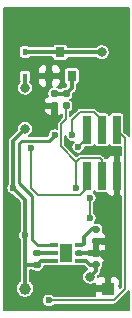
<source format=gbr>
%TF.GenerationSoftware,KiCad,Pcbnew,5.1.10*%
%TF.CreationDate,2021-06-29T06:22:03+03:00*%
%TF.ProjectId,tinyWASP,74696e79-5741-4535-902e-6b696361645f,rev?*%
%TF.SameCoordinates,Original*%
%TF.FileFunction,Copper,L2,Bot*%
%TF.FilePolarity,Positive*%
%FSLAX46Y46*%
G04 Gerber Fmt 4.6, Leading zero omitted, Abs format (unit mm)*
G04 Created by KiCad (PCBNEW 5.1.10) date 2021-06-29 06:22:03*
%MOMM*%
%LPD*%
G01*
G04 APERTURE LIST*
%TA.AperFunction,SMDPad,CuDef*%
%ADD10R,0.450000X0.600000*%
%TD*%
%TA.AperFunction,SMDPad,CuDef*%
%ADD11R,0.740000X2.400000*%
%TD*%
%TA.AperFunction,SMDPad,CuDef*%
%ADD12C,1.000000*%
%TD*%
%TA.AperFunction,SMDPad,CuDef*%
%ADD13R,1.000000X1.000000*%
%TD*%
%TA.AperFunction,SMDPad,CuDef*%
%ADD14R,0.800000X0.900000*%
%TD*%
%TA.AperFunction,SMDPad,CuDef*%
%ADD15R,0.650000X0.350000*%
%TD*%
%TA.AperFunction,SMDPad,CuDef*%
%ADD16R,1.000000X1.600000*%
%TD*%
%TA.AperFunction,ViaPad*%
%ADD17C,0.800000*%
%TD*%
%TA.AperFunction,ViaPad*%
%ADD18C,0.600000*%
%TD*%
%TA.AperFunction,Conductor*%
%ADD19C,0.350000*%
%TD*%
%TA.AperFunction,Conductor*%
%ADD20C,0.150000*%
%TD*%
%TA.AperFunction,Conductor*%
%ADD21C,0.250000*%
%TD*%
%TA.AperFunction,Conductor*%
%ADD22C,0.100000*%
%TD*%
G04 APERTURE END LIST*
%TO.P,C2,1*%
%TO.N,GND*%
%TA.AperFunction,SMDPad,CuDef*%
G36*
G01*
X162830000Y-109740000D02*
X163170000Y-109740000D01*
G75*
G02*
X163310000Y-109880000I0J-140000D01*
G01*
X163310000Y-110160000D01*
G75*
G02*
X163170000Y-110300000I-140000J0D01*
G01*
X162830000Y-110300000D01*
G75*
G02*
X162690000Y-110160000I0J140000D01*
G01*
X162690000Y-109880000D01*
G75*
G02*
X162830000Y-109740000I140000J0D01*
G01*
G37*
%TD.AperFunction*%
%TO.P,C2,2*%
%TO.N,VCC*%
%TA.AperFunction,SMDPad,CuDef*%
G36*
G01*
X162830000Y-110700000D02*
X163170000Y-110700000D01*
G75*
G02*
X163310000Y-110840000I0J-140000D01*
G01*
X163310000Y-111120000D01*
G75*
G02*
X163170000Y-111260000I-140000J0D01*
G01*
X162830000Y-111260000D01*
G75*
G02*
X162690000Y-111120000I0J140000D01*
G01*
X162690000Y-110840000D01*
G75*
G02*
X162830000Y-110700000I140000J0D01*
G01*
G37*
%TD.AperFunction*%
%TD*%
D10*
%TO.P,D1,1*%
%TO.N,VDD*%
X157000000Y-95050000D03*
%TO.P,D1,2*%
%TO.N,Net-(BZ1-Pad2)*%
X157000000Y-92950000D03*
%TD*%
D11*
%TO.P,J1,1*%
%TO.N,/PA5_MISO*%
X162230000Y-99550000D03*
%TO.P,J1,2*%
%TO.N,VDD*%
X162230000Y-103450000D03*
%TO.P,J1,3*%
%TO.N,/PA4_SCK*%
X163500000Y-99550000D03*
%TO.P,J1,4*%
%TO.N,/PA6_MOSI*%
X163500000Y-103450000D03*
%TO.P,J1,5*%
%TO.N,/RST*%
X164770000Y-99550000D03*
%TO.P,J1,6*%
%TO.N,GND*%
X164770000Y-103450000D03*
%TD*%
D12*
%TO.P,J6,1*%
%TO.N,VDD*%
X157000000Y-113000000D03*
%TD*%
D13*
%TO.P,J7,1*%
%TO.N,GND*%
X164000000Y-113000000D03*
%TD*%
D14*
%TO.P,Q1,1*%
%TO.N,Net-(Q1-Pad1)*%
X160950000Y-95000000D03*
%TO.P,Q1,2*%
%TO.N,GND*%
X159050000Y-95000000D03*
%TO.P,Q1,3*%
%TO.N,Net-(BZ1-Pad2)*%
X160000000Y-93000000D03*
%TD*%
%TO.P,R1,2*%
%TO.N,/PA6_MOSI*%
%TA.AperFunction,SMDPad,CuDef*%
G36*
G01*
X160315000Y-97240000D02*
X160685000Y-97240000D01*
G75*
G02*
X160820000Y-97375000I0J-135000D01*
G01*
X160820000Y-97645000D01*
G75*
G02*
X160685000Y-97780000I-135000J0D01*
G01*
X160315000Y-97780000D01*
G75*
G02*
X160180000Y-97645000I0J135000D01*
G01*
X160180000Y-97375000D01*
G75*
G02*
X160315000Y-97240000I135000J0D01*
G01*
G37*
%TD.AperFunction*%
%TO.P,R1,1*%
%TO.N,Net-(Q1-Pad1)*%
%TA.AperFunction,SMDPad,CuDef*%
G36*
G01*
X160315000Y-96220000D02*
X160685000Y-96220000D01*
G75*
G02*
X160820000Y-96355000I0J-135000D01*
G01*
X160820000Y-96625000D01*
G75*
G02*
X160685000Y-96760000I-135000J0D01*
G01*
X160315000Y-96760000D01*
G75*
G02*
X160180000Y-96625000I0J135000D01*
G01*
X160180000Y-96355000D01*
G75*
G02*
X160315000Y-96220000I135000J0D01*
G01*
G37*
%TD.AperFunction*%
%TD*%
%TO.P,R2,1*%
%TO.N,Net-(Q1-Pad1)*%
%TA.AperFunction,SMDPad,CuDef*%
G36*
G01*
X159315000Y-96220000D02*
X159685000Y-96220000D01*
G75*
G02*
X159820000Y-96355000I0J-135000D01*
G01*
X159820000Y-96625000D01*
G75*
G02*
X159685000Y-96760000I-135000J0D01*
G01*
X159315000Y-96760000D01*
G75*
G02*
X159180000Y-96625000I0J135000D01*
G01*
X159180000Y-96355000D01*
G75*
G02*
X159315000Y-96220000I135000J0D01*
G01*
G37*
%TD.AperFunction*%
%TO.P,R2,2*%
%TO.N,GND*%
%TA.AperFunction,SMDPad,CuDef*%
G36*
G01*
X159315000Y-97240000D02*
X159685000Y-97240000D01*
G75*
G02*
X159820000Y-97375000I0J-135000D01*
G01*
X159820000Y-97645000D01*
G75*
G02*
X159685000Y-97780000I-135000J0D01*
G01*
X159315000Y-97780000D01*
G75*
G02*
X159180000Y-97645000I0J135000D01*
G01*
X159180000Y-97375000D01*
G75*
G02*
X159315000Y-97240000I135000J0D01*
G01*
G37*
%TD.AperFunction*%
%TD*%
%TO.P,R8,2*%
%TO.N,GND*%
%TA.AperFunction,SMDPad,CuDef*%
G36*
G01*
X162815000Y-108740000D02*
X163185000Y-108740000D01*
G75*
G02*
X163320000Y-108875000I0J-135000D01*
G01*
X163320000Y-109145000D01*
G75*
G02*
X163185000Y-109280000I-135000J0D01*
G01*
X162815000Y-109280000D01*
G75*
G02*
X162680000Y-109145000I0J135000D01*
G01*
X162680000Y-108875000D01*
G75*
G02*
X162815000Y-108740000I135000J0D01*
G01*
G37*
%TD.AperFunction*%
%TO.P,R8,1*%
%TO.N,Net-(R8-Pad1)*%
%TA.AperFunction,SMDPad,CuDef*%
G36*
G01*
X162815000Y-107720000D02*
X163185000Y-107720000D01*
G75*
G02*
X163320000Y-107855000I0J-135000D01*
G01*
X163320000Y-108125000D01*
G75*
G02*
X163185000Y-108260000I-135000J0D01*
G01*
X162815000Y-108260000D01*
G75*
G02*
X162680000Y-108125000I0J135000D01*
G01*
X162680000Y-107855000D01*
G75*
G02*
X162815000Y-107720000I135000J0D01*
G01*
G37*
%TD.AperFunction*%
%TD*%
%TO.P,R9,1*%
%TO.N,Net-(R9-Pad1)*%
%TA.AperFunction,SMDPad,CuDef*%
G36*
G01*
X157815000Y-109720000D02*
X158185000Y-109720000D01*
G75*
G02*
X158320000Y-109855000I0J-135000D01*
G01*
X158320000Y-110125000D01*
G75*
G02*
X158185000Y-110260000I-135000J0D01*
G01*
X157815000Y-110260000D01*
G75*
G02*
X157680000Y-110125000I0J135000D01*
G01*
X157680000Y-109855000D01*
G75*
G02*
X157815000Y-109720000I135000J0D01*
G01*
G37*
%TD.AperFunction*%
%TO.P,R9,2*%
%TO.N,VDD*%
%TA.AperFunction,SMDPad,CuDef*%
G36*
G01*
X157815000Y-110740000D02*
X158185000Y-110740000D01*
G75*
G02*
X158320000Y-110875000I0J-135000D01*
G01*
X158320000Y-111145000D01*
G75*
G02*
X158185000Y-111280000I-135000J0D01*
G01*
X157815000Y-111280000D01*
G75*
G02*
X157680000Y-111145000I0J135000D01*
G01*
X157680000Y-110875000D01*
G75*
G02*
X157815000Y-110740000I135000J0D01*
G01*
G37*
%TD.AperFunction*%
%TD*%
D15*
%TO.P,U2,1*%
%TO.N,Net-(R8-Pad1)*%
X161550000Y-109350000D03*
%TO.P,U2,2*%
%TO.N,GND*%
X161550000Y-110000000D03*
%TO.P,U2,3*%
%TO.N,VCC*%
X161550000Y-110650000D03*
%TO.P,U2,4*%
%TO.N,VDD*%
X159450000Y-110650000D03*
%TO.P,U2,5*%
%TO.N,Net-(R9-Pad1)*%
X159450000Y-110000000D03*
%TO.P,U2,6*%
%TO.N,/~CHRG*%
X159450000Y-109350000D03*
D16*
%TO.P,U2,7*%
%TO.N,N/C*%
X160500000Y-110000000D03*
%TD*%
D17*
%TO.N,Net-(BZ1-Pad2)*%
X163500000Y-93000000D03*
%TO.N,VDD*%
X157000000Y-96000000D03*
D18*
X156000000Y-104500000D03*
X157000000Y-108500000D03*
D17*
X157000000Y-99500000D03*
D18*
X157500000Y-101125000D03*
%TO.N,GND*%
X155500000Y-100000000D03*
X155500000Y-112500000D03*
X155500000Y-114500000D03*
X155500000Y-110500000D03*
X164500000Y-108000000D03*
X155500000Y-95500000D03*
X155500000Y-93500000D03*
X156000000Y-92500000D03*
X156000000Y-94500000D03*
X163000000Y-95500000D03*
X163000000Y-94000000D03*
X161500000Y-94000000D03*
X161500000Y-97000000D03*
X164500000Y-109500000D03*
X164500000Y-106500000D03*
X159500000Y-113000000D03*
X161000000Y-113000000D03*
D17*
%TO.N,VCC*%
X162500000Y-112000000D03*
D18*
X162500000Y-107024990D03*
X162500000Y-105324980D03*
%TO.N,/PA5_MISO*%
X161500000Y-101000000D03*
%TO.N,/PA4_SCK*%
X161000000Y-100000000D03*
%TO.N,/PA6_MOSI*%
X161359998Y-104500000D03*
%TO.N,/RST*%
X159000000Y-114000000D03*
%TO.N,/~CHRG*%
X159500000Y-100000000D03*
%TD*%
D19*
%TO.N,Net-(BZ1-Pad2)*%
X159950000Y-92950000D02*
X160000000Y-93000000D01*
X157000000Y-92950000D02*
X159950000Y-92950000D01*
X163500000Y-93000000D02*
X160000000Y-93000000D01*
%TO.N,VDD*%
X158360000Y-110650000D02*
X158000000Y-111010000D01*
X159450000Y-110650000D02*
X158360000Y-110650000D01*
X157000000Y-113000000D02*
X157000000Y-112010000D01*
X157000000Y-96000000D02*
X157000000Y-95050000D01*
X157000000Y-105500000D02*
X156000000Y-104500000D01*
X157000000Y-109000000D02*
X157000000Y-108500000D01*
X157000000Y-108500000D02*
X157000000Y-108500000D01*
X157000000Y-108500000D02*
X157000000Y-105500000D01*
X157010000Y-111010000D02*
X157000000Y-111000000D01*
X158000000Y-111010000D02*
X157010000Y-111010000D01*
X157000000Y-111000000D02*
X157000000Y-109000000D01*
X157000000Y-112010000D02*
X157000000Y-111000000D01*
X156000000Y-104500000D02*
X156000000Y-100500000D01*
X156000000Y-100500000D02*
X157000000Y-99500000D01*
D20*
X157500000Y-104500000D02*
X157500000Y-101494988D01*
X158075001Y-105075001D02*
X157500000Y-104500000D01*
X161635999Y-105075001D02*
X158075001Y-105075001D01*
X162230000Y-104481000D02*
X161635999Y-105075001D01*
X157500000Y-101494988D02*
X157500000Y-101125000D01*
X162230000Y-103450000D02*
X162230000Y-104481000D01*
D19*
%TO.N,GND*%
X162980000Y-110000000D02*
X163000000Y-110020000D01*
X161550000Y-110000000D02*
X162980000Y-110000000D01*
X163310000Y-110020000D02*
X163000000Y-110020000D01*
X164000000Y-110710000D02*
X163310000Y-110020000D01*
X164000000Y-113000000D02*
X164000000Y-110710000D01*
%TO.N,VCC*%
X163000000Y-110980000D02*
X162520000Y-110980000D01*
X162190000Y-110650000D02*
X161550000Y-110650000D01*
X162520000Y-110980000D02*
X162190000Y-110650000D01*
X163000000Y-110980000D02*
X163000000Y-111500000D01*
X163000000Y-111500000D02*
X162500000Y-112000000D01*
D20*
X162500000Y-107024990D02*
X162500000Y-105324980D01*
%TO.N,/PA5_MISO*%
X162230000Y-100270000D02*
X162230000Y-99550000D01*
X161500000Y-101000000D02*
X162230000Y-100270000D01*
%TO.N,/PA4_SCK*%
X163500000Y-98754998D02*
X163500000Y-99550000D01*
X162820001Y-98074999D02*
X163500000Y-98754998D01*
X161639999Y-98074999D02*
X162820001Y-98074999D01*
X161000000Y-98714998D02*
X161639999Y-98074999D01*
X161000000Y-100000000D02*
X161000000Y-98714998D01*
%TO.N,/PA6_MOSI*%
X160500000Y-98650002D02*
X160500000Y-97510000D01*
X160075001Y-99075001D02*
X160500000Y-98650002D01*
X163500000Y-102100000D02*
X163500000Y-103450000D01*
X163374999Y-101974999D02*
X163500000Y-102100000D01*
X161639999Y-101974999D02*
X163374999Y-101974999D01*
X161359998Y-102255000D02*
X161639999Y-101974999D01*
X161359998Y-104500000D02*
X161359998Y-102255000D01*
X160075001Y-100970003D02*
X160075001Y-99075001D01*
X161359998Y-102255000D02*
X160075001Y-100970003D01*
%TO.N,/RST*%
X164495002Y-114000000D02*
X165500000Y-112995002D01*
X159000000Y-114000000D02*
X164495002Y-114000000D01*
X165500000Y-100280000D02*
X164770000Y-99550000D01*
X165500000Y-112995002D02*
X165500000Y-100280000D01*
D19*
%TO.N,Net-(Q1-Pad1)*%
X160950000Y-96040000D02*
X160500000Y-96490000D01*
X160950000Y-95000000D02*
X160950000Y-96040000D01*
X160500000Y-96490000D02*
X159500000Y-96490000D01*
%TO.N,Net-(R8-Pad1)*%
X161850000Y-109350000D02*
X162000000Y-109200000D01*
X161550000Y-109350000D02*
X161850000Y-109350000D01*
X162680000Y-107990000D02*
X163000000Y-107990000D01*
X162000000Y-108670000D02*
X162680000Y-107990000D01*
X162000000Y-109200000D02*
X162000000Y-108670000D01*
%TO.N,Net-(R9-Pad1)*%
X159440000Y-109990000D02*
X159450000Y-110000000D01*
X158000000Y-109990000D02*
X159440000Y-109990000D01*
D21*
%TO.N,/~CHRG*%
X158475001Y-109350000D02*
X159450000Y-109350000D01*
X157625001Y-108874999D02*
X158100002Y-109350000D01*
X157625001Y-105199999D02*
X157625001Y-108874999D01*
X156500000Y-104074998D02*
X157625001Y-105199999D01*
X156500000Y-100707120D02*
X156500000Y-104074998D01*
X159000000Y-100500000D02*
X156707120Y-100500000D01*
X158100002Y-109350000D02*
X158475001Y-109350000D01*
X156707120Y-100500000D02*
X156500000Y-100707120D01*
X159500000Y-100000000D02*
X159000000Y-100500000D01*
%TD*%
D20*
%TO.N,GND*%
X165773001Y-100060944D02*
X165748685Y-100031315D01*
X165735325Y-100020351D01*
X165416330Y-99701356D01*
X165416330Y-98350000D01*
X165411020Y-98296091D01*
X165395296Y-98244253D01*
X165369760Y-98196479D01*
X165335395Y-98154605D01*
X165293521Y-98120240D01*
X165245747Y-98094704D01*
X165193909Y-98078980D01*
X165140000Y-98073670D01*
X164400000Y-98073670D01*
X164346091Y-98078980D01*
X164294253Y-98094704D01*
X164246479Y-98120240D01*
X164204605Y-98154605D01*
X164170240Y-98196479D01*
X164144704Y-98244253D01*
X164135000Y-98276245D01*
X164125296Y-98244253D01*
X164099760Y-98196479D01*
X164065395Y-98154605D01*
X164023521Y-98120240D01*
X163975747Y-98094704D01*
X163923909Y-98078980D01*
X163870000Y-98073670D01*
X163313645Y-98073670D01*
X163079654Y-97839679D01*
X163068686Y-97826314D01*
X163015391Y-97782577D01*
X162954588Y-97750077D01*
X162888613Y-97730064D01*
X162837190Y-97724999D01*
X162837189Y-97724999D01*
X162820001Y-97723306D01*
X162802813Y-97724999D01*
X161657184Y-97724999D01*
X161639998Y-97723306D01*
X161622812Y-97724999D01*
X161622810Y-97724999D01*
X161571387Y-97730064D01*
X161505412Y-97750077D01*
X161444609Y-97782577D01*
X161391314Y-97826314D01*
X161380354Y-97839669D01*
X160850000Y-98370025D01*
X160850000Y-98020962D01*
X160913523Y-97987008D01*
X160975854Y-97935854D01*
X161027008Y-97873523D01*
X161065019Y-97802409D01*
X161088426Y-97725247D01*
X161096330Y-97645000D01*
X161096330Y-97375000D01*
X161088426Y-97294753D01*
X161065019Y-97217591D01*
X161027008Y-97146477D01*
X160975854Y-97084146D01*
X160913523Y-97032992D01*
X160851799Y-97000000D01*
X160913523Y-96967008D01*
X160975854Y-96915854D01*
X161027008Y-96853523D01*
X161065019Y-96782409D01*
X161088426Y-96705247D01*
X161096330Y-96625000D01*
X161096330Y-96530066D01*
X161252572Y-96373824D01*
X161269737Y-96359737D01*
X161283824Y-96342572D01*
X161283828Y-96342568D01*
X161325971Y-96291217D01*
X161367757Y-96213041D01*
X161379891Y-96173040D01*
X161393489Y-96128215D01*
X161400000Y-96062105D01*
X161400000Y-96062095D01*
X161402176Y-96040001D01*
X161400000Y-96017906D01*
X161400000Y-95721405D01*
X161403909Y-95721020D01*
X161455747Y-95705296D01*
X161503521Y-95679760D01*
X161545395Y-95645395D01*
X161579760Y-95603521D01*
X161605296Y-95555747D01*
X161621020Y-95503909D01*
X161626330Y-95450000D01*
X161626330Y-94550000D01*
X161621020Y-94496091D01*
X161605296Y-94444253D01*
X161579760Y-94396479D01*
X161545395Y-94354605D01*
X161503521Y-94320240D01*
X161455747Y-94294704D01*
X161403909Y-94278980D01*
X161350000Y-94273670D01*
X160550000Y-94273670D01*
X160496091Y-94278980D01*
X160444253Y-94294704D01*
X160396479Y-94320240D01*
X160354605Y-94354605D01*
X160320240Y-94396479D01*
X160294704Y-94444253D01*
X160278980Y-94496091D01*
X160273670Y-94550000D01*
X160273670Y-95450000D01*
X160278980Y-95503909D01*
X160294704Y-95555747D01*
X160320240Y-95603521D01*
X160354605Y-95645395D01*
X160396479Y-95679760D01*
X160444253Y-95705296D01*
X160496091Y-95721020D01*
X160500001Y-95721405D01*
X160500001Y-95853603D01*
X160409934Y-95943670D01*
X160315000Y-95943670D01*
X160234753Y-95951574D01*
X160157591Y-95974981D01*
X160086477Y-96012992D01*
X160053568Y-96040000D01*
X159946432Y-96040000D01*
X159913523Y-96012992D01*
X159842409Y-95974981D01*
X159765247Y-95951574D01*
X159750997Y-95950170D01*
X159775465Y-95937092D01*
X159864238Y-95864238D01*
X159937092Y-95775465D01*
X159991228Y-95674184D01*
X160024565Y-95564288D01*
X160035821Y-95450000D01*
X160033000Y-95324750D01*
X159887250Y-95179000D01*
X159229000Y-95179000D01*
X159229000Y-95887250D01*
X159288072Y-95946322D01*
X159234753Y-95951574D01*
X159157591Y-95974981D01*
X159086477Y-96012992D01*
X159024146Y-96064146D01*
X158972992Y-96126477D01*
X158934981Y-96197591D01*
X158911574Y-96274753D01*
X158903670Y-96355000D01*
X158903670Y-96625000D01*
X158911574Y-96705247D01*
X158916047Y-96719993D01*
X158876645Y-96738840D01*
X158784702Y-96807651D01*
X158707950Y-96893077D01*
X158649339Y-96991835D01*
X158611121Y-97100131D01*
X158597000Y-97185250D01*
X158742750Y-97331000D01*
X159321000Y-97331000D01*
X159321000Y-97311000D01*
X159679000Y-97311000D01*
X159679000Y-97331000D01*
X159699000Y-97331000D01*
X159699000Y-97689000D01*
X159679000Y-97689000D01*
X159679000Y-98217250D01*
X159824750Y-98363000D01*
X159908478Y-98359101D01*
X160019755Y-98330713D01*
X160123355Y-98281160D01*
X160150000Y-98261218D01*
X160150000Y-98505027D01*
X159839676Y-98815353D01*
X159826317Y-98826316D01*
X159782580Y-98879611D01*
X159766130Y-98910387D01*
X159750080Y-98940414D01*
X159730066Y-99006390D01*
X159723308Y-99075001D01*
X159725002Y-99092199D01*
X159725002Y-99470823D01*
X159667721Y-99447097D01*
X159556633Y-99425000D01*
X159443367Y-99425000D01*
X159332279Y-99447097D01*
X159227635Y-99490442D01*
X159133459Y-99553368D01*
X159053368Y-99633459D01*
X158990442Y-99727635D01*
X158947097Y-99832279D01*
X158925000Y-99943367D01*
X158925000Y-100009315D01*
X158834315Y-100100000D01*
X157315331Y-100100000D01*
X157319732Y-100098177D01*
X157430287Y-100024307D01*
X157524307Y-99930287D01*
X157598177Y-99819732D01*
X157649060Y-99696890D01*
X157675000Y-99566482D01*
X157675000Y-99433518D01*
X157649060Y-99303110D01*
X157598177Y-99180268D01*
X157524307Y-99069713D01*
X157430287Y-98975693D01*
X157319732Y-98901823D01*
X157196890Y-98850940D01*
X157066482Y-98825000D01*
X156933518Y-98825000D01*
X156803110Y-98850940D01*
X156680268Y-98901823D01*
X156569713Y-98975693D01*
X156475693Y-99069713D01*
X156401823Y-99180268D01*
X156350940Y-99303110D01*
X156325000Y-99433518D01*
X156325000Y-99538604D01*
X155697429Y-100166176D01*
X155680264Y-100180263D01*
X155666177Y-100197428D01*
X155666172Y-100197433D01*
X155624029Y-100248784D01*
X155582243Y-100326960D01*
X155556512Y-100411785D01*
X155547824Y-100500000D01*
X155550001Y-100522104D01*
X155550000Y-104138499D01*
X155490442Y-104227635D01*
X155447097Y-104332279D01*
X155425000Y-104443367D01*
X155425000Y-104556633D01*
X155447097Y-104667721D01*
X155490442Y-104772365D01*
X155553368Y-104866541D01*
X155633459Y-104946632D01*
X155727635Y-105009558D01*
X155832279Y-105052903D01*
X155937422Y-105073818D01*
X156550001Y-105686397D01*
X156550000Y-108138499D01*
X156490442Y-108227635D01*
X156447097Y-108332279D01*
X156425000Y-108443367D01*
X156425000Y-108556633D01*
X156447097Y-108667721D01*
X156490442Y-108772365D01*
X156550000Y-108861501D01*
X156550000Y-109022104D01*
X156550001Y-109022114D01*
X156550000Y-110977905D01*
X156547824Y-111000000D01*
X156550000Y-111022094D01*
X156550000Y-111022104D01*
X156550001Y-111022114D01*
X156550000Y-112032104D01*
X156550001Y-112032114D01*
X156550001Y-112368595D01*
X156505966Y-112398018D01*
X156398018Y-112505966D01*
X156313204Y-112632900D01*
X156254783Y-112773941D01*
X156225000Y-112923669D01*
X156225000Y-113076331D01*
X156254783Y-113226059D01*
X156313204Y-113367100D01*
X156398018Y-113494034D01*
X156505966Y-113601982D01*
X156632900Y-113686796D01*
X156773941Y-113745217D01*
X156923669Y-113775000D01*
X157076331Y-113775000D01*
X157226059Y-113745217D01*
X157367100Y-113686796D01*
X157494034Y-113601982D01*
X157601982Y-113494034D01*
X157686796Y-113367100D01*
X157745217Y-113226059D01*
X157775000Y-113076331D01*
X157775000Y-112923669D01*
X157745217Y-112773941D01*
X157686796Y-112632900D01*
X157601982Y-112505966D01*
X157494034Y-112398018D01*
X157450000Y-112368596D01*
X157450000Y-111460000D01*
X157553568Y-111460000D01*
X157586477Y-111487008D01*
X157657591Y-111525019D01*
X157734753Y-111548426D01*
X157815000Y-111556330D01*
X158185000Y-111556330D01*
X158265247Y-111548426D01*
X158342409Y-111525019D01*
X158413523Y-111487008D01*
X158475854Y-111435854D01*
X158527008Y-111373523D01*
X158565019Y-111302409D01*
X158588426Y-111225247D01*
X158596330Y-111145000D01*
X158596330Y-111100000D01*
X159111497Y-111100000D01*
X159125000Y-111101330D01*
X159775000Y-111101330D01*
X159828909Y-111096020D01*
X159880747Y-111080296D01*
X159915475Y-111061733D01*
X159946091Y-111071020D01*
X160000000Y-111076330D01*
X161000000Y-111076330D01*
X161053909Y-111071020D01*
X161084525Y-111061733D01*
X161119253Y-111080296D01*
X161171091Y-111096020D01*
X161225000Y-111101330D01*
X161875000Y-111101330D01*
X161888503Y-111100000D01*
X162003605Y-111100000D01*
X162186175Y-111282571D01*
X162200263Y-111299737D01*
X162217428Y-111313824D01*
X162217432Y-111313828D01*
X162268783Y-111355971D01*
X162278467Y-111361147D01*
X162180268Y-111401823D01*
X162069713Y-111475693D01*
X161975693Y-111569713D01*
X161901823Y-111680268D01*
X161850940Y-111803110D01*
X161825000Y-111933518D01*
X161825000Y-112066482D01*
X161850940Y-112196890D01*
X161901823Y-112319732D01*
X161975693Y-112430287D01*
X162069713Y-112524307D01*
X162180268Y-112598177D01*
X162303110Y-112649060D01*
X162433518Y-112675000D01*
X162566482Y-112675000D01*
X162696890Y-112649060D01*
X162819732Y-112598177D01*
X162914738Y-112534697D01*
X162917000Y-112675250D01*
X163062750Y-112821000D01*
X163821000Y-112821000D01*
X163821000Y-112062750D01*
X163675250Y-111917000D01*
X163500000Y-111914179D01*
X163385712Y-111925435D01*
X163275816Y-111958772D01*
X163175000Y-112012659D01*
X163175000Y-111961396D01*
X163302572Y-111833824D01*
X163319737Y-111819737D01*
X163333824Y-111802572D01*
X163333828Y-111802568D01*
X163375971Y-111751217D01*
X163417757Y-111673041D01*
X163429591Y-111634029D01*
X163443489Y-111588215D01*
X163450000Y-111522105D01*
X163450000Y-111522094D01*
X163452176Y-111500000D01*
X163450000Y-111477906D01*
X163450000Y-111426200D01*
X163464390Y-111414390D01*
X163516166Y-111351301D01*
X163554639Y-111279323D01*
X163578330Y-111201222D01*
X163586330Y-111120000D01*
X163586330Y-110840000D01*
X163583875Y-110815072D01*
X163617133Y-110798854D01*
X163708553Y-110729350D01*
X163784657Y-110643346D01*
X163842520Y-110544148D01*
X163879919Y-110435567D01*
X163893000Y-110344750D01*
X163747250Y-110199000D01*
X163179000Y-110199000D01*
X163179000Y-110219000D01*
X162821000Y-110219000D01*
X162821000Y-110199000D01*
X162411250Y-110199000D01*
X162312250Y-110100000D01*
X161729000Y-110100000D01*
X161729000Y-110175000D01*
X161371000Y-110175000D01*
X161371000Y-110100000D01*
X161351000Y-110100000D01*
X161351000Y-109900000D01*
X161371000Y-109900000D01*
X161371000Y-109825000D01*
X161729000Y-109825000D01*
X161729000Y-109900000D01*
X162312250Y-109900000D01*
X162371250Y-109841000D01*
X162520569Y-109841000D01*
X162591522Y-109859101D01*
X162675250Y-109863000D01*
X162697250Y-109841000D01*
X162821000Y-109841000D01*
X162821000Y-109189000D01*
X163179000Y-109189000D01*
X163179000Y-109841000D01*
X163302750Y-109841000D01*
X163324750Y-109863000D01*
X163408478Y-109859101D01*
X163479431Y-109841000D01*
X163747250Y-109841000D01*
X163893000Y-109695250D01*
X163879919Y-109604433D01*
X163852173Y-109523879D01*
X163888879Y-109419869D01*
X163903000Y-109334750D01*
X163757250Y-109189000D01*
X163507025Y-109189000D01*
X163402851Y-109161584D01*
X163324750Y-109157000D01*
X163292750Y-109189000D01*
X163179000Y-109189000D01*
X162821000Y-109189000D01*
X162801000Y-109189000D01*
X162801000Y-108831000D01*
X162821000Y-108831000D01*
X162821000Y-108811000D01*
X163179000Y-108811000D01*
X163179000Y-108831000D01*
X163757250Y-108831000D01*
X163903000Y-108685250D01*
X163888879Y-108600131D01*
X163850661Y-108491835D01*
X163792050Y-108393077D01*
X163715298Y-108307651D01*
X163623355Y-108238840D01*
X163583953Y-108219993D01*
X163588426Y-108205247D01*
X163596330Y-108125000D01*
X163596330Y-107855000D01*
X163588426Y-107774753D01*
X163565019Y-107697591D01*
X163527008Y-107626477D01*
X163475854Y-107564146D01*
X163413523Y-107512992D01*
X163342409Y-107474981D01*
X163265247Y-107451574D01*
X163185000Y-107443670D01*
X162894493Y-107443670D01*
X162946632Y-107391531D01*
X163009558Y-107297355D01*
X163052903Y-107192711D01*
X163075000Y-107081623D01*
X163075000Y-106968357D01*
X163052903Y-106857269D01*
X163009558Y-106752625D01*
X162946632Y-106658449D01*
X162866541Y-106578358D01*
X162850000Y-106567306D01*
X162850000Y-105782664D01*
X162866541Y-105771612D01*
X162946632Y-105691521D01*
X163009558Y-105597345D01*
X163052903Y-105492701D01*
X163075000Y-105381613D01*
X163075000Y-105268347D01*
X163052903Y-105157259D01*
X163009558Y-105052615D01*
X162946632Y-104958439D01*
X162866541Y-104878348D01*
X162803125Y-104835975D01*
X162829760Y-104803521D01*
X162855296Y-104755747D01*
X162865000Y-104723755D01*
X162874704Y-104755747D01*
X162900240Y-104803521D01*
X162934605Y-104845395D01*
X162976479Y-104879760D01*
X163024253Y-104905296D01*
X163076091Y-104921020D01*
X163130000Y-104926330D01*
X163870000Y-104926330D01*
X163885812Y-104924773D01*
X163912908Y-104975465D01*
X163985762Y-105064238D01*
X164074535Y-105137092D01*
X164175816Y-105191228D01*
X164285712Y-105224565D01*
X164400000Y-105235821D01*
X164445250Y-105233000D01*
X164591000Y-105087250D01*
X164591000Y-103629000D01*
X164571000Y-103629000D01*
X164571000Y-103271000D01*
X164591000Y-103271000D01*
X164591000Y-101812750D01*
X164445250Y-101667000D01*
X164400000Y-101664179D01*
X164285712Y-101675435D01*
X164175816Y-101708772D01*
X164074535Y-101762908D01*
X163985762Y-101835762D01*
X163912908Y-101924535D01*
X163885812Y-101975227D01*
X163870000Y-101973670D01*
X163827427Y-101973670D01*
X163824922Y-101965413D01*
X163792422Y-101904610D01*
X163748684Y-101851315D01*
X163735324Y-101840351D01*
X163634653Y-101739680D01*
X163623684Y-101726314D01*
X163570389Y-101682577D01*
X163509586Y-101650077D01*
X163443611Y-101630064D01*
X163392188Y-101624999D01*
X163392187Y-101624999D01*
X163374999Y-101623306D01*
X163357811Y-101624999D01*
X161657187Y-101624999D01*
X161639998Y-101623306D01*
X161571386Y-101630064D01*
X161556572Y-101634558D01*
X161505412Y-101650077D01*
X161444609Y-101682577D01*
X161391314Y-101726314D01*
X161380354Y-101739669D01*
X161359998Y-101760025D01*
X160425001Y-100825030D01*
X160425001Y-100056638D01*
X160447097Y-100167721D01*
X160490442Y-100272365D01*
X160553368Y-100366541D01*
X160633459Y-100446632D01*
X160727635Y-100509558D01*
X160832279Y-100552903D01*
X160943367Y-100575000D01*
X161056633Y-100575000D01*
X161125532Y-100561295D01*
X161053368Y-100633459D01*
X160990442Y-100727635D01*
X160947097Y-100832279D01*
X160925000Y-100943367D01*
X160925000Y-101056633D01*
X160947097Y-101167721D01*
X160990442Y-101272365D01*
X161053368Y-101366541D01*
X161133459Y-101446632D01*
X161227635Y-101509558D01*
X161332279Y-101552903D01*
X161443367Y-101575000D01*
X161556633Y-101575000D01*
X161667721Y-101552903D01*
X161772365Y-101509558D01*
X161866541Y-101446632D01*
X161946632Y-101366541D01*
X162009558Y-101272365D01*
X162052903Y-101167721D01*
X162075000Y-101056633D01*
X162075000Y-101026330D01*
X162600000Y-101026330D01*
X162653909Y-101021020D01*
X162705747Y-101005296D01*
X162753521Y-100979760D01*
X162795395Y-100945395D01*
X162829760Y-100903521D01*
X162855296Y-100855747D01*
X162865000Y-100823755D01*
X162874704Y-100855747D01*
X162900240Y-100903521D01*
X162934605Y-100945395D01*
X162976479Y-100979760D01*
X163024253Y-101005296D01*
X163076091Y-101021020D01*
X163130000Y-101026330D01*
X163870000Y-101026330D01*
X163923909Y-101021020D01*
X163975747Y-101005296D01*
X164023521Y-100979760D01*
X164065395Y-100945395D01*
X164099760Y-100903521D01*
X164125296Y-100855747D01*
X164135000Y-100823755D01*
X164144704Y-100855747D01*
X164170240Y-100903521D01*
X164204605Y-100945395D01*
X164246479Y-100979760D01*
X164294253Y-101005296D01*
X164346091Y-101021020D01*
X164400000Y-101026330D01*
X165140000Y-101026330D01*
X165150001Y-101025345D01*
X165150001Y-101665164D01*
X165140000Y-101664179D01*
X165094750Y-101667000D01*
X164949000Y-101812750D01*
X164949000Y-103271000D01*
X164969000Y-103271000D01*
X164969000Y-103629000D01*
X164949000Y-103629000D01*
X164949000Y-105087250D01*
X165094750Y-105233000D01*
X165140000Y-105235821D01*
X165150001Y-105234836D01*
X165150000Y-112850028D01*
X165083000Y-112917028D01*
X165083000Y-112820998D01*
X164937252Y-112820998D01*
X165083000Y-112675250D01*
X165085821Y-112500000D01*
X165074565Y-112385712D01*
X165041228Y-112275816D01*
X164987092Y-112174535D01*
X164914238Y-112085762D01*
X164825465Y-112012908D01*
X164724184Y-111958772D01*
X164614288Y-111925435D01*
X164500000Y-111914179D01*
X164324750Y-111917000D01*
X164179000Y-112062750D01*
X164179000Y-112821000D01*
X164199000Y-112821000D01*
X164199000Y-113179000D01*
X164179000Y-113179000D01*
X164179000Y-113199000D01*
X163821000Y-113199000D01*
X163821000Y-113179000D01*
X163062750Y-113179000D01*
X162917000Y-113324750D01*
X162914179Y-113500000D01*
X162925435Y-113614288D01*
X162936268Y-113650000D01*
X159457684Y-113650000D01*
X159446632Y-113633459D01*
X159366541Y-113553368D01*
X159272365Y-113490442D01*
X159167721Y-113447097D01*
X159056633Y-113425000D01*
X158943367Y-113425000D01*
X158832279Y-113447097D01*
X158727635Y-113490442D01*
X158633459Y-113553368D01*
X158553368Y-113633459D01*
X158490442Y-113727635D01*
X158447097Y-113832279D01*
X158425000Y-113943367D01*
X158425000Y-114056633D01*
X158447097Y-114167721D01*
X158490442Y-114272365D01*
X158553368Y-114366541D01*
X158633459Y-114446632D01*
X158727635Y-114509558D01*
X158832279Y-114552903D01*
X158943367Y-114575000D01*
X159056633Y-114575000D01*
X159167721Y-114552903D01*
X159272365Y-114509558D01*
X159366541Y-114446632D01*
X159446632Y-114366541D01*
X159457684Y-114350000D01*
X164477814Y-114350000D01*
X164495002Y-114351693D01*
X164512190Y-114350000D01*
X164512191Y-114350000D01*
X164563614Y-114344935D01*
X164629589Y-114324922D01*
X164690392Y-114292422D01*
X164743687Y-114248685D01*
X164754655Y-114235320D01*
X165735329Y-113254647D01*
X165748684Y-113243687D01*
X165773000Y-113214058D01*
X165773000Y-114773000D01*
X155227000Y-114773000D01*
X155227000Y-97834750D01*
X158597000Y-97834750D01*
X158611121Y-97919869D01*
X158649339Y-98028165D01*
X158707950Y-98126923D01*
X158784702Y-98212349D01*
X158876645Y-98281160D01*
X158980245Y-98330713D01*
X159091522Y-98359101D01*
X159175250Y-98363000D01*
X159321000Y-98217250D01*
X159321000Y-97689000D01*
X158742750Y-97689000D01*
X158597000Y-97834750D01*
X155227000Y-97834750D01*
X155227000Y-95933518D01*
X156325000Y-95933518D01*
X156325000Y-96066482D01*
X156350940Y-96196890D01*
X156401823Y-96319732D01*
X156475693Y-96430287D01*
X156569713Y-96524307D01*
X156680268Y-96598177D01*
X156803110Y-96649060D01*
X156933518Y-96675000D01*
X157066482Y-96675000D01*
X157196890Y-96649060D01*
X157319732Y-96598177D01*
X157430287Y-96524307D01*
X157524307Y-96430287D01*
X157598177Y-96319732D01*
X157649060Y-96196890D01*
X157675000Y-96066482D01*
X157675000Y-95933518D01*
X157649060Y-95803110D01*
X157598177Y-95680268D01*
X157524307Y-95569713D01*
X157455929Y-95501335D01*
X157480296Y-95455747D01*
X157482039Y-95450000D01*
X158064179Y-95450000D01*
X158075435Y-95564288D01*
X158108772Y-95674184D01*
X158162908Y-95775465D01*
X158235762Y-95864238D01*
X158324535Y-95937092D01*
X158425816Y-95991228D01*
X158535712Y-96024565D01*
X158650000Y-96035821D01*
X158725250Y-96033000D01*
X158871000Y-95887250D01*
X158871000Y-95179000D01*
X158212750Y-95179000D01*
X158067000Y-95324750D01*
X158064179Y-95450000D01*
X157482039Y-95450000D01*
X157496020Y-95403909D01*
X157501330Y-95350000D01*
X157501330Y-94750000D01*
X157496020Y-94696091D01*
X157480296Y-94644253D01*
X157454760Y-94596479D01*
X157420395Y-94554605D01*
X157414784Y-94550000D01*
X158064179Y-94550000D01*
X158067000Y-94675250D01*
X158212750Y-94821000D01*
X158871000Y-94821000D01*
X158871000Y-94112750D01*
X159229000Y-94112750D01*
X159229000Y-94821000D01*
X159887250Y-94821000D01*
X160033000Y-94675250D01*
X160035821Y-94550000D01*
X160024565Y-94435712D01*
X159991228Y-94325816D01*
X159937092Y-94224535D01*
X159864238Y-94135762D01*
X159775465Y-94062908D01*
X159674184Y-94008772D01*
X159564288Y-93975435D01*
X159450000Y-93964179D01*
X159374750Y-93967000D01*
X159229000Y-94112750D01*
X158871000Y-94112750D01*
X158725250Y-93967000D01*
X158650000Y-93964179D01*
X158535712Y-93975435D01*
X158425816Y-94008772D01*
X158324535Y-94062908D01*
X158235762Y-94135762D01*
X158162908Y-94224535D01*
X158108772Y-94325816D01*
X158075435Y-94435712D01*
X158064179Y-94550000D01*
X157414784Y-94550000D01*
X157378521Y-94520240D01*
X157330747Y-94494704D01*
X157278909Y-94478980D01*
X157225000Y-94473670D01*
X156775000Y-94473670D01*
X156721091Y-94478980D01*
X156669253Y-94494704D01*
X156621479Y-94520240D01*
X156579605Y-94554605D01*
X156545240Y-94596479D01*
X156519704Y-94644253D01*
X156503980Y-94696091D01*
X156498670Y-94750000D01*
X156498670Y-95350000D01*
X156503980Y-95403909D01*
X156519704Y-95455747D01*
X156544071Y-95501335D01*
X156475693Y-95569713D01*
X156401823Y-95680268D01*
X156350940Y-95803110D01*
X156325000Y-95933518D01*
X155227000Y-95933518D01*
X155227000Y-92650000D01*
X156498670Y-92650000D01*
X156498670Y-93250000D01*
X156503980Y-93303909D01*
X156519704Y-93355747D01*
X156545240Y-93403521D01*
X156579605Y-93445395D01*
X156621479Y-93479760D01*
X156669253Y-93505296D01*
X156721091Y-93521020D01*
X156775000Y-93526330D01*
X157225000Y-93526330D01*
X157278909Y-93521020D01*
X157330747Y-93505296D01*
X157378521Y-93479760D01*
X157420395Y-93445395D01*
X157454760Y-93403521D01*
X157456642Y-93400000D01*
X159323670Y-93400000D01*
X159323670Y-93450000D01*
X159328980Y-93503909D01*
X159344704Y-93555747D01*
X159370240Y-93603521D01*
X159404605Y-93645395D01*
X159446479Y-93679760D01*
X159494253Y-93705296D01*
X159546091Y-93721020D01*
X159600000Y-93726330D01*
X160400000Y-93726330D01*
X160453909Y-93721020D01*
X160505747Y-93705296D01*
X160553521Y-93679760D01*
X160595395Y-93645395D01*
X160629760Y-93603521D01*
X160655296Y-93555747D01*
X160671020Y-93503909D01*
X160676330Y-93450000D01*
X162995406Y-93450000D01*
X163069713Y-93524307D01*
X163180268Y-93598177D01*
X163303110Y-93649060D01*
X163433518Y-93675000D01*
X163566482Y-93675000D01*
X163696890Y-93649060D01*
X163819732Y-93598177D01*
X163930287Y-93524307D01*
X164024307Y-93430287D01*
X164098177Y-93319732D01*
X164149060Y-93196890D01*
X164175000Y-93066482D01*
X164175000Y-92933518D01*
X164149060Y-92803110D01*
X164098177Y-92680268D01*
X164024307Y-92569713D01*
X163930287Y-92475693D01*
X163819732Y-92401823D01*
X163696890Y-92350940D01*
X163566482Y-92325000D01*
X163433518Y-92325000D01*
X163303110Y-92350940D01*
X163180268Y-92401823D01*
X163069713Y-92475693D01*
X162995406Y-92550000D01*
X160676330Y-92550000D01*
X160671020Y-92496091D01*
X160655296Y-92444253D01*
X160629760Y-92396479D01*
X160595395Y-92354605D01*
X160553521Y-92320240D01*
X160505747Y-92294704D01*
X160453909Y-92278980D01*
X160400000Y-92273670D01*
X159600000Y-92273670D01*
X159546091Y-92278980D01*
X159494253Y-92294704D01*
X159446479Y-92320240D01*
X159404605Y-92354605D01*
X159370240Y-92396479D01*
X159344704Y-92444253D01*
X159328980Y-92496091D01*
X159328595Y-92500000D01*
X157456642Y-92500000D01*
X157454760Y-92496479D01*
X157420395Y-92454605D01*
X157378521Y-92420240D01*
X157330747Y-92394704D01*
X157278909Y-92378980D01*
X157225000Y-92373670D01*
X156775000Y-92373670D01*
X156721091Y-92378980D01*
X156669253Y-92394704D01*
X156621479Y-92420240D01*
X156579605Y-92454605D01*
X156545240Y-92496479D01*
X156519704Y-92544253D01*
X156503980Y-92596091D01*
X156498670Y-92650000D01*
X155227000Y-92650000D01*
X155227000Y-89227000D01*
X165773001Y-89227000D01*
X165773001Y-100060944D01*
%TA.AperFunction,Conductor*%
D22*
G36*
X165773001Y-100060944D02*
G01*
X165748685Y-100031315D01*
X165735325Y-100020351D01*
X165416330Y-99701356D01*
X165416330Y-98350000D01*
X165411020Y-98296091D01*
X165395296Y-98244253D01*
X165369760Y-98196479D01*
X165335395Y-98154605D01*
X165293521Y-98120240D01*
X165245747Y-98094704D01*
X165193909Y-98078980D01*
X165140000Y-98073670D01*
X164400000Y-98073670D01*
X164346091Y-98078980D01*
X164294253Y-98094704D01*
X164246479Y-98120240D01*
X164204605Y-98154605D01*
X164170240Y-98196479D01*
X164144704Y-98244253D01*
X164135000Y-98276245D01*
X164125296Y-98244253D01*
X164099760Y-98196479D01*
X164065395Y-98154605D01*
X164023521Y-98120240D01*
X163975747Y-98094704D01*
X163923909Y-98078980D01*
X163870000Y-98073670D01*
X163313645Y-98073670D01*
X163079654Y-97839679D01*
X163068686Y-97826314D01*
X163015391Y-97782577D01*
X162954588Y-97750077D01*
X162888613Y-97730064D01*
X162837190Y-97724999D01*
X162837189Y-97724999D01*
X162820001Y-97723306D01*
X162802813Y-97724999D01*
X161657184Y-97724999D01*
X161639998Y-97723306D01*
X161622812Y-97724999D01*
X161622810Y-97724999D01*
X161571387Y-97730064D01*
X161505412Y-97750077D01*
X161444609Y-97782577D01*
X161391314Y-97826314D01*
X161380354Y-97839669D01*
X160850000Y-98370025D01*
X160850000Y-98020962D01*
X160913523Y-97987008D01*
X160975854Y-97935854D01*
X161027008Y-97873523D01*
X161065019Y-97802409D01*
X161088426Y-97725247D01*
X161096330Y-97645000D01*
X161096330Y-97375000D01*
X161088426Y-97294753D01*
X161065019Y-97217591D01*
X161027008Y-97146477D01*
X160975854Y-97084146D01*
X160913523Y-97032992D01*
X160851799Y-97000000D01*
X160913523Y-96967008D01*
X160975854Y-96915854D01*
X161027008Y-96853523D01*
X161065019Y-96782409D01*
X161088426Y-96705247D01*
X161096330Y-96625000D01*
X161096330Y-96530066D01*
X161252572Y-96373824D01*
X161269737Y-96359737D01*
X161283824Y-96342572D01*
X161283828Y-96342568D01*
X161325971Y-96291217D01*
X161367757Y-96213041D01*
X161379891Y-96173040D01*
X161393489Y-96128215D01*
X161400000Y-96062105D01*
X161400000Y-96062095D01*
X161402176Y-96040001D01*
X161400000Y-96017906D01*
X161400000Y-95721405D01*
X161403909Y-95721020D01*
X161455747Y-95705296D01*
X161503521Y-95679760D01*
X161545395Y-95645395D01*
X161579760Y-95603521D01*
X161605296Y-95555747D01*
X161621020Y-95503909D01*
X161626330Y-95450000D01*
X161626330Y-94550000D01*
X161621020Y-94496091D01*
X161605296Y-94444253D01*
X161579760Y-94396479D01*
X161545395Y-94354605D01*
X161503521Y-94320240D01*
X161455747Y-94294704D01*
X161403909Y-94278980D01*
X161350000Y-94273670D01*
X160550000Y-94273670D01*
X160496091Y-94278980D01*
X160444253Y-94294704D01*
X160396479Y-94320240D01*
X160354605Y-94354605D01*
X160320240Y-94396479D01*
X160294704Y-94444253D01*
X160278980Y-94496091D01*
X160273670Y-94550000D01*
X160273670Y-95450000D01*
X160278980Y-95503909D01*
X160294704Y-95555747D01*
X160320240Y-95603521D01*
X160354605Y-95645395D01*
X160396479Y-95679760D01*
X160444253Y-95705296D01*
X160496091Y-95721020D01*
X160500001Y-95721405D01*
X160500001Y-95853603D01*
X160409934Y-95943670D01*
X160315000Y-95943670D01*
X160234753Y-95951574D01*
X160157591Y-95974981D01*
X160086477Y-96012992D01*
X160053568Y-96040000D01*
X159946432Y-96040000D01*
X159913523Y-96012992D01*
X159842409Y-95974981D01*
X159765247Y-95951574D01*
X159750997Y-95950170D01*
X159775465Y-95937092D01*
X159864238Y-95864238D01*
X159937092Y-95775465D01*
X159991228Y-95674184D01*
X160024565Y-95564288D01*
X160035821Y-95450000D01*
X160033000Y-95324750D01*
X159887250Y-95179000D01*
X159229000Y-95179000D01*
X159229000Y-95887250D01*
X159288072Y-95946322D01*
X159234753Y-95951574D01*
X159157591Y-95974981D01*
X159086477Y-96012992D01*
X159024146Y-96064146D01*
X158972992Y-96126477D01*
X158934981Y-96197591D01*
X158911574Y-96274753D01*
X158903670Y-96355000D01*
X158903670Y-96625000D01*
X158911574Y-96705247D01*
X158916047Y-96719993D01*
X158876645Y-96738840D01*
X158784702Y-96807651D01*
X158707950Y-96893077D01*
X158649339Y-96991835D01*
X158611121Y-97100131D01*
X158597000Y-97185250D01*
X158742750Y-97331000D01*
X159321000Y-97331000D01*
X159321000Y-97311000D01*
X159679000Y-97311000D01*
X159679000Y-97331000D01*
X159699000Y-97331000D01*
X159699000Y-97689000D01*
X159679000Y-97689000D01*
X159679000Y-98217250D01*
X159824750Y-98363000D01*
X159908478Y-98359101D01*
X160019755Y-98330713D01*
X160123355Y-98281160D01*
X160150000Y-98261218D01*
X160150000Y-98505027D01*
X159839676Y-98815353D01*
X159826317Y-98826316D01*
X159782580Y-98879611D01*
X159766130Y-98910387D01*
X159750080Y-98940414D01*
X159730066Y-99006390D01*
X159723308Y-99075001D01*
X159725002Y-99092199D01*
X159725002Y-99470823D01*
X159667721Y-99447097D01*
X159556633Y-99425000D01*
X159443367Y-99425000D01*
X159332279Y-99447097D01*
X159227635Y-99490442D01*
X159133459Y-99553368D01*
X159053368Y-99633459D01*
X158990442Y-99727635D01*
X158947097Y-99832279D01*
X158925000Y-99943367D01*
X158925000Y-100009315D01*
X158834315Y-100100000D01*
X157315331Y-100100000D01*
X157319732Y-100098177D01*
X157430287Y-100024307D01*
X157524307Y-99930287D01*
X157598177Y-99819732D01*
X157649060Y-99696890D01*
X157675000Y-99566482D01*
X157675000Y-99433518D01*
X157649060Y-99303110D01*
X157598177Y-99180268D01*
X157524307Y-99069713D01*
X157430287Y-98975693D01*
X157319732Y-98901823D01*
X157196890Y-98850940D01*
X157066482Y-98825000D01*
X156933518Y-98825000D01*
X156803110Y-98850940D01*
X156680268Y-98901823D01*
X156569713Y-98975693D01*
X156475693Y-99069713D01*
X156401823Y-99180268D01*
X156350940Y-99303110D01*
X156325000Y-99433518D01*
X156325000Y-99538604D01*
X155697429Y-100166176D01*
X155680264Y-100180263D01*
X155666177Y-100197428D01*
X155666172Y-100197433D01*
X155624029Y-100248784D01*
X155582243Y-100326960D01*
X155556512Y-100411785D01*
X155547824Y-100500000D01*
X155550001Y-100522104D01*
X155550000Y-104138499D01*
X155490442Y-104227635D01*
X155447097Y-104332279D01*
X155425000Y-104443367D01*
X155425000Y-104556633D01*
X155447097Y-104667721D01*
X155490442Y-104772365D01*
X155553368Y-104866541D01*
X155633459Y-104946632D01*
X155727635Y-105009558D01*
X155832279Y-105052903D01*
X155937422Y-105073818D01*
X156550001Y-105686397D01*
X156550000Y-108138499D01*
X156490442Y-108227635D01*
X156447097Y-108332279D01*
X156425000Y-108443367D01*
X156425000Y-108556633D01*
X156447097Y-108667721D01*
X156490442Y-108772365D01*
X156550000Y-108861501D01*
X156550000Y-109022104D01*
X156550001Y-109022114D01*
X156550000Y-110977905D01*
X156547824Y-111000000D01*
X156550000Y-111022094D01*
X156550000Y-111022104D01*
X156550001Y-111022114D01*
X156550000Y-112032104D01*
X156550001Y-112032114D01*
X156550001Y-112368595D01*
X156505966Y-112398018D01*
X156398018Y-112505966D01*
X156313204Y-112632900D01*
X156254783Y-112773941D01*
X156225000Y-112923669D01*
X156225000Y-113076331D01*
X156254783Y-113226059D01*
X156313204Y-113367100D01*
X156398018Y-113494034D01*
X156505966Y-113601982D01*
X156632900Y-113686796D01*
X156773941Y-113745217D01*
X156923669Y-113775000D01*
X157076331Y-113775000D01*
X157226059Y-113745217D01*
X157367100Y-113686796D01*
X157494034Y-113601982D01*
X157601982Y-113494034D01*
X157686796Y-113367100D01*
X157745217Y-113226059D01*
X157775000Y-113076331D01*
X157775000Y-112923669D01*
X157745217Y-112773941D01*
X157686796Y-112632900D01*
X157601982Y-112505966D01*
X157494034Y-112398018D01*
X157450000Y-112368596D01*
X157450000Y-111460000D01*
X157553568Y-111460000D01*
X157586477Y-111487008D01*
X157657591Y-111525019D01*
X157734753Y-111548426D01*
X157815000Y-111556330D01*
X158185000Y-111556330D01*
X158265247Y-111548426D01*
X158342409Y-111525019D01*
X158413523Y-111487008D01*
X158475854Y-111435854D01*
X158527008Y-111373523D01*
X158565019Y-111302409D01*
X158588426Y-111225247D01*
X158596330Y-111145000D01*
X158596330Y-111100000D01*
X159111497Y-111100000D01*
X159125000Y-111101330D01*
X159775000Y-111101330D01*
X159828909Y-111096020D01*
X159880747Y-111080296D01*
X159915475Y-111061733D01*
X159946091Y-111071020D01*
X160000000Y-111076330D01*
X161000000Y-111076330D01*
X161053909Y-111071020D01*
X161084525Y-111061733D01*
X161119253Y-111080296D01*
X161171091Y-111096020D01*
X161225000Y-111101330D01*
X161875000Y-111101330D01*
X161888503Y-111100000D01*
X162003605Y-111100000D01*
X162186175Y-111282571D01*
X162200263Y-111299737D01*
X162217428Y-111313824D01*
X162217432Y-111313828D01*
X162268783Y-111355971D01*
X162278467Y-111361147D01*
X162180268Y-111401823D01*
X162069713Y-111475693D01*
X161975693Y-111569713D01*
X161901823Y-111680268D01*
X161850940Y-111803110D01*
X161825000Y-111933518D01*
X161825000Y-112066482D01*
X161850940Y-112196890D01*
X161901823Y-112319732D01*
X161975693Y-112430287D01*
X162069713Y-112524307D01*
X162180268Y-112598177D01*
X162303110Y-112649060D01*
X162433518Y-112675000D01*
X162566482Y-112675000D01*
X162696890Y-112649060D01*
X162819732Y-112598177D01*
X162914738Y-112534697D01*
X162917000Y-112675250D01*
X163062750Y-112821000D01*
X163821000Y-112821000D01*
X163821000Y-112062750D01*
X163675250Y-111917000D01*
X163500000Y-111914179D01*
X163385712Y-111925435D01*
X163275816Y-111958772D01*
X163175000Y-112012659D01*
X163175000Y-111961396D01*
X163302572Y-111833824D01*
X163319737Y-111819737D01*
X163333824Y-111802572D01*
X163333828Y-111802568D01*
X163375971Y-111751217D01*
X163417757Y-111673041D01*
X163429591Y-111634029D01*
X163443489Y-111588215D01*
X163450000Y-111522105D01*
X163450000Y-111522094D01*
X163452176Y-111500000D01*
X163450000Y-111477906D01*
X163450000Y-111426200D01*
X163464390Y-111414390D01*
X163516166Y-111351301D01*
X163554639Y-111279323D01*
X163578330Y-111201222D01*
X163586330Y-111120000D01*
X163586330Y-110840000D01*
X163583875Y-110815072D01*
X163617133Y-110798854D01*
X163708553Y-110729350D01*
X163784657Y-110643346D01*
X163842520Y-110544148D01*
X163879919Y-110435567D01*
X163893000Y-110344750D01*
X163747250Y-110199000D01*
X163179000Y-110199000D01*
X163179000Y-110219000D01*
X162821000Y-110219000D01*
X162821000Y-110199000D01*
X162411250Y-110199000D01*
X162312250Y-110100000D01*
X161729000Y-110100000D01*
X161729000Y-110175000D01*
X161371000Y-110175000D01*
X161371000Y-110100000D01*
X161351000Y-110100000D01*
X161351000Y-109900000D01*
X161371000Y-109900000D01*
X161371000Y-109825000D01*
X161729000Y-109825000D01*
X161729000Y-109900000D01*
X162312250Y-109900000D01*
X162371250Y-109841000D01*
X162520569Y-109841000D01*
X162591522Y-109859101D01*
X162675250Y-109863000D01*
X162697250Y-109841000D01*
X162821000Y-109841000D01*
X162821000Y-109189000D01*
X163179000Y-109189000D01*
X163179000Y-109841000D01*
X163302750Y-109841000D01*
X163324750Y-109863000D01*
X163408478Y-109859101D01*
X163479431Y-109841000D01*
X163747250Y-109841000D01*
X163893000Y-109695250D01*
X163879919Y-109604433D01*
X163852173Y-109523879D01*
X163888879Y-109419869D01*
X163903000Y-109334750D01*
X163757250Y-109189000D01*
X163507025Y-109189000D01*
X163402851Y-109161584D01*
X163324750Y-109157000D01*
X163292750Y-109189000D01*
X163179000Y-109189000D01*
X162821000Y-109189000D01*
X162801000Y-109189000D01*
X162801000Y-108831000D01*
X162821000Y-108831000D01*
X162821000Y-108811000D01*
X163179000Y-108811000D01*
X163179000Y-108831000D01*
X163757250Y-108831000D01*
X163903000Y-108685250D01*
X163888879Y-108600131D01*
X163850661Y-108491835D01*
X163792050Y-108393077D01*
X163715298Y-108307651D01*
X163623355Y-108238840D01*
X163583953Y-108219993D01*
X163588426Y-108205247D01*
X163596330Y-108125000D01*
X163596330Y-107855000D01*
X163588426Y-107774753D01*
X163565019Y-107697591D01*
X163527008Y-107626477D01*
X163475854Y-107564146D01*
X163413523Y-107512992D01*
X163342409Y-107474981D01*
X163265247Y-107451574D01*
X163185000Y-107443670D01*
X162894493Y-107443670D01*
X162946632Y-107391531D01*
X163009558Y-107297355D01*
X163052903Y-107192711D01*
X163075000Y-107081623D01*
X163075000Y-106968357D01*
X163052903Y-106857269D01*
X163009558Y-106752625D01*
X162946632Y-106658449D01*
X162866541Y-106578358D01*
X162850000Y-106567306D01*
X162850000Y-105782664D01*
X162866541Y-105771612D01*
X162946632Y-105691521D01*
X163009558Y-105597345D01*
X163052903Y-105492701D01*
X163075000Y-105381613D01*
X163075000Y-105268347D01*
X163052903Y-105157259D01*
X163009558Y-105052615D01*
X162946632Y-104958439D01*
X162866541Y-104878348D01*
X162803125Y-104835975D01*
X162829760Y-104803521D01*
X162855296Y-104755747D01*
X162865000Y-104723755D01*
X162874704Y-104755747D01*
X162900240Y-104803521D01*
X162934605Y-104845395D01*
X162976479Y-104879760D01*
X163024253Y-104905296D01*
X163076091Y-104921020D01*
X163130000Y-104926330D01*
X163870000Y-104926330D01*
X163885812Y-104924773D01*
X163912908Y-104975465D01*
X163985762Y-105064238D01*
X164074535Y-105137092D01*
X164175816Y-105191228D01*
X164285712Y-105224565D01*
X164400000Y-105235821D01*
X164445250Y-105233000D01*
X164591000Y-105087250D01*
X164591000Y-103629000D01*
X164571000Y-103629000D01*
X164571000Y-103271000D01*
X164591000Y-103271000D01*
X164591000Y-101812750D01*
X164445250Y-101667000D01*
X164400000Y-101664179D01*
X164285712Y-101675435D01*
X164175816Y-101708772D01*
X164074535Y-101762908D01*
X163985762Y-101835762D01*
X163912908Y-101924535D01*
X163885812Y-101975227D01*
X163870000Y-101973670D01*
X163827427Y-101973670D01*
X163824922Y-101965413D01*
X163792422Y-101904610D01*
X163748684Y-101851315D01*
X163735324Y-101840351D01*
X163634653Y-101739680D01*
X163623684Y-101726314D01*
X163570389Y-101682577D01*
X163509586Y-101650077D01*
X163443611Y-101630064D01*
X163392188Y-101624999D01*
X163392187Y-101624999D01*
X163374999Y-101623306D01*
X163357811Y-101624999D01*
X161657187Y-101624999D01*
X161639998Y-101623306D01*
X161571386Y-101630064D01*
X161556572Y-101634558D01*
X161505412Y-101650077D01*
X161444609Y-101682577D01*
X161391314Y-101726314D01*
X161380354Y-101739669D01*
X161359998Y-101760025D01*
X160425001Y-100825030D01*
X160425001Y-100056638D01*
X160447097Y-100167721D01*
X160490442Y-100272365D01*
X160553368Y-100366541D01*
X160633459Y-100446632D01*
X160727635Y-100509558D01*
X160832279Y-100552903D01*
X160943367Y-100575000D01*
X161056633Y-100575000D01*
X161125532Y-100561295D01*
X161053368Y-100633459D01*
X160990442Y-100727635D01*
X160947097Y-100832279D01*
X160925000Y-100943367D01*
X160925000Y-101056633D01*
X160947097Y-101167721D01*
X160990442Y-101272365D01*
X161053368Y-101366541D01*
X161133459Y-101446632D01*
X161227635Y-101509558D01*
X161332279Y-101552903D01*
X161443367Y-101575000D01*
X161556633Y-101575000D01*
X161667721Y-101552903D01*
X161772365Y-101509558D01*
X161866541Y-101446632D01*
X161946632Y-101366541D01*
X162009558Y-101272365D01*
X162052903Y-101167721D01*
X162075000Y-101056633D01*
X162075000Y-101026330D01*
X162600000Y-101026330D01*
X162653909Y-101021020D01*
X162705747Y-101005296D01*
X162753521Y-100979760D01*
X162795395Y-100945395D01*
X162829760Y-100903521D01*
X162855296Y-100855747D01*
X162865000Y-100823755D01*
X162874704Y-100855747D01*
X162900240Y-100903521D01*
X162934605Y-100945395D01*
X162976479Y-100979760D01*
X163024253Y-101005296D01*
X163076091Y-101021020D01*
X163130000Y-101026330D01*
X163870000Y-101026330D01*
X163923909Y-101021020D01*
X163975747Y-101005296D01*
X164023521Y-100979760D01*
X164065395Y-100945395D01*
X164099760Y-100903521D01*
X164125296Y-100855747D01*
X164135000Y-100823755D01*
X164144704Y-100855747D01*
X164170240Y-100903521D01*
X164204605Y-100945395D01*
X164246479Y-100979760D01*
X164294253Y-101005296D01*
X164346091Y-101021020D01*
X164400000Y-101026330D01*
X165140000Y-101026330D01*
X165150001Y-101025345D01*
X165150001Y-101665164D01*
X165140000Y-101664179D01*
X165094750Y-101667000D01*
X164949000Y-101812750D01*
X164949000Y-103271000D01*
X164969000Y-103271000D01*
X164969000Y-103629000D01*
X164949000Y-103629000D01*
X164949000Y-105087250D01*
X165094750Y-105233000D01*
X165140000Y-105235821D01*
X165150001Y-105234836D01*
X165150000Y-112850028D01*
X165083000Y-112917028D01*
X165083000Y-112820998D01*
X164937252Y-112820998D01*
X165083000Y-112675250D01*
X165085821Y-112500000D01*
X165074565Y-112385712D01*
X165041228Y-112275816D01*
X164987092Y-112174535D01*
X164914238Y-112085762D01*
X164825465Y-112012908D01*
X164724184Y-111958772D01*
X164614288Y-111925435D01*
X164500000Y-111914179D01*
X164324750Y-111917000D01*
X164179000Y-112062750D01*
X164179000Y-112821000D01*
X164199000Y-112821000D01*
X164199000Y-113179000D01*
X164179000Y-113179000D01*
X164179000Y-113199000D01*
X163821000Y-113199000D01*
X163821000Y-113179000D01*
X163062750Y-113179000D01*
X162917000Y-113324750D01*
X162914179Y-113500000D01*
X162925435Y-113614288D01*
X162936268Y-113650000D01*
X159457684Y-113650000D01*
X159446632Y-113633459D01*
X159366541Y-113553368D01*
X159272365Y-113490442D01*
X159167721Y-113447097D01*
X159056633Y-113425000D01*
X158943367Y-113425000D01*
X158832279Y-113447097D01*
X158727635Y-113490442D01*
X158633459Y-113553368D01*
X158553368Y-113633459D01*
X158490442Y-113727635D01*
X158447097Y-113832279D01*
X158425000Y-113943367D01*
X158425000Y-114056633D01*
X158447097Y-114167721D01*
X158490442Y-114272365D01*
X158553368Y-114366541D01*
X158633459Y-114446632D01*
X158727635Y-114509558D01*
X158832279Y-114552903D01*
X158943367Y-114575000D01*
X159056633Y-114575000D01*
X159167721Y-114552903D01*
X159272365Y-114509558D01*
X159366541Y-114446632D01*
X159446632Y-114366541D01*
X159457684Y-114350000D01*
X164477814Y-114350000D01*
X164495002Y-114351693D01*
X164512190Y-114350000D01*
X164512191Y-114350000D01*
X164563614Y-114344935D01*
X164629589Y-114324922D01*
X164690392Y-114292422D01*
X164743687Y-114248685D01*
X164754655Y-114235320D01*
X165735329Y-113254647D01*
X165748684Y-113243687D01*
X165773000Y-113214058D01*
X165773000Y-114773000D01*
X155227000Y-114773000D01*
X155227000Y-97834750D01*
X158597000Y-97834750D01*
X158611121Y-97919869D01*
X158649339Y-98028165D01*
X158707950Y-98126923D01*
X158784702Y-98212349D01*
X158876645Y-98281160D01*
X158980245Y-98330713D01*
X159091522Y-98359101D01*
X159175250Y-98363000D01*
X159321000Y-98217250D01*
X159321000Y-97689000D01*
X158742750Y-97689000D01*
X158597000Y-97834750D01*
X155227000Y-97834750D01*
X155227000Y-95933518D01*
X156325000Y-95933518D01*
X156325000Y-96066482D01*
X156350940Y-96196890D01*
X156401823Y-96319732D01*
X156475693Y-96430287D01*
X156569713Y-96524307D01*
X156680268Y-96598177D01*
X156803110Y-96649060D01*
X156933518Y-96675000D01*
X157066482Y-96675000D01*
X157196890Y-96649060D01*
X157319732Y-96598177D01*
X157430287Y-96524307D01*
X157524307Y-96430287D01*
X157598177Y-96319732D01*
X157649060Y-96196890D01*
X157675000Y-96066482D01*
X157675000Y-95933518D01*
X157649060Y-95803110D01*
X157598177Y-95680268D01*
X157524307Y-95569713D01*
X157455929Y-95501335D01*
X157480296Y-95455747D01*
X157482039Y-95450000D01*
X158064179Y-95450000D01*
X158075435Y-95564288D01*
X158108772Y-95674184D01*
X158162908Y-95775465D01*
X158235762Y-95864238D01*
X158324535Y-95937092D01*
X158425816Y-95991228D01*
X158535712Y-96024565D01*
X158650000Y-96035821D01*
X158725250Y-96033000D01*
X158871000Y-95887250D01*
X158871000Y-95179000D01*
X158212750Y-95179000D01*
X158067000Y-95324750D01*
X158064179Y-95450000D01*
X157482039Y-95450000D01*
X157496020Y-95403909D01*
X157501330Y-95350000D01*
X157501330Y-94750000D01*
X157496020Y-94696091D01*
X157480296Y-94644253D01*
X157454760Y-94596479D01*
X157420395Y-94554605D01*
X157414784Y-94550000D01*
X158064179Y-94550000D01*
X158067000Y-94675250D01*
X158212750Y-94821000D01*
X158871000Y-94821000D01*
X158871000Y-94112750D01*
X159229000Y-94112750D01*
X159229000Y-94821000D01*
X159887250Y-94821000D01*
X160033000Y-94675250D01*
X160035821Y-94550000D01*
X160024565Y-94435712D01*
X159991228Y-94325816D01*
X159937092Y-94224535D01*
X159864238Y-94135762D01*
X159775465Y-94062908D01*
X159674184Y-94008772D01*
X159564288Y-93975435D01*
X159450000Y-93964179D01*
X159374750Y-93967000D01*
X159229000Y-94112750D01*
X158871000Y-94112750D01*
X158725250Y-93967000D01*
X158650000Y-93964179D01*
X158535712Y-93975435D01*
X158425816Y-94008772D01*
X158324535Y-94062908D01*
X158235762Y-94135762D01*
X158162908Y-94224535D01*
X158108772Y-94325816D01*
X158075435Y-94435712D01*
X158064179Y-94550000D01*
X157414784Y-94550000D01*
X157378521Y-94520240D01*
X157330747Y-94494704D01*
X157278909Y-94478980D01*
X157225000Y-94473670D01*
X156775000Y-94473670D01*
X156721091Y-94478980D01*
X156669253Y-94494704D01*
X156621479Y-94520240D01*
X156579605Y-94554605D01*
X156545240Y-94596479D01*
X156519704Y-94644253D01*
X156503980Y-94696091D01*
X156498670Y-94750000D01*
X156498670Y-95350000D01*
X156503980Y-95403909D01*
X156519704Y-95455747D01*
X156544071Y-95501335D01*
X156475693Y-95569713D01*
X156401823Y-95680268D01*
X156350940Y-95803110D01*
X156325000Y-95933518D01*
X155227000Y-95933518D01*
X155227000Y-92650000D01*
X156498670Y-92650000D01*
X156498670Y-93250000D01*
X156503980Y-93303909D01*
X156519704Y-93355747D01*
X156545240Y-93403521D01*
X156579605Y-93445395D01*
X156621479Y-93479760D01*
X156669253Y-93505296D01*
X156721091Y-93521020D01*
X156775000Y-93526330D01*
X157225000Y-93526330D01*
X157278909Y-93521020D01*
X157330747Y-93505296D01*
X157378521Y-93479760D01*
X157420395Y-93445395D01*
X157454760Y-93403521D01*
X157456642Y-93400000D01*
X159323670Y-93400000D01*
X159323670Y-93450000D01*
X159328980Y-93503909D01*
X159344704Y-93555747D01*
X159370240Y-93603521D01*
X159404605Y-93645395D01*
X159446479Y-93679760D01*
X159494253Y-93705296D01*
X159546091Y-93721020D01*
X159600000Y-93726330D01*
X160400000Y-93726330D01*
X160453909Y-93721020D01*
X160505747Y-93705296D01*
X160553521Y-93679760D01*
X160595395Y-93645395D01*
X160629760Y-93603521D01*
X160655296Y-93555747D01*
X160671020Y-93503909D01*
X160676330Y-93450000D01*
X162995406Y-93450000D01*
X163069713Y-93524307D01*
X163180268Y-93598177D01*
X163303110Y-93649060D01*
X163433518Y-93675000D01*
X163566482Y-93675000D01*
X163696890Y-93649060D01*
X163819732Y-93598177D01*
X163930287Y-93524307D01*
X164024307Y-93430287D01*
X164098177Y-93319732D01*
X164149060Y-93196890D01*
X164175000Y-93066482D01*
X164175000Y-92933518D01*
X164149060Y-92803110D01*
X164098177Y-92680268D01*
X164024307Y-92569713D01*
X163930287Y-92475693D01*
X163819732Y-92401823D01*
X163696890Y-92350940D01*
X163566482Y-92325000D01*
X163433518Y-92325000D01*
X163303110Y-92350940D01*
X163180268Y-92401823D01*
X163069713Y-92475693D01*
X162995406Y-92550000D01*
X160676330Y-92550000D01*
X160671020Y-92496091D01*
X160655296Y-92444253D01*
X160629760Y-92396479D01*
X160595395Y-92354605D01*
X160553521Y-92320240D01*
X160505747Y-92294704D01*
X160453909Y-92278980D01*
X160400000Y-92273670D01*
X159600000Y-92273670D01*
X159546091Y-92278980D01*
X159494253Y-92294704D01*
X159446479Y-92320240D01*
X159404605Y-92354605D01*
X159370240Y-92396479D01*
X159344704Y-92444253D01*
X159328980Y-92496091D01*
X159328595Y-92500000D01*
X157456642Y-92500000D01*
X157454760Y-92496479D01*
X157420395Y-92454605D01*
X157378521Y-92420240D01*
X157330747Y-92394704D01*
X157278909Y-92378980D01*
X157225000Y-92373670D01*
X156775000Y-92373670D01*
X156721091Y-92378980D01*
X156669253Y-92394704D01*
X156621479Y-92420240D01*
X156579605Y-92454605D01*
X156545240Y-92496479D01*
X156519704Y-92544253D01*
X156503980Y-92596091D01*
X156498670Y-92650000D01*
X155227000Y-92650000D01*
X155227000Y-89227000D01*
X165773001Y-89227000D01*
X165773001Y-100060944D01*
G37*
%TD.AperFunction*%
%TD*%
M02*

</source>
